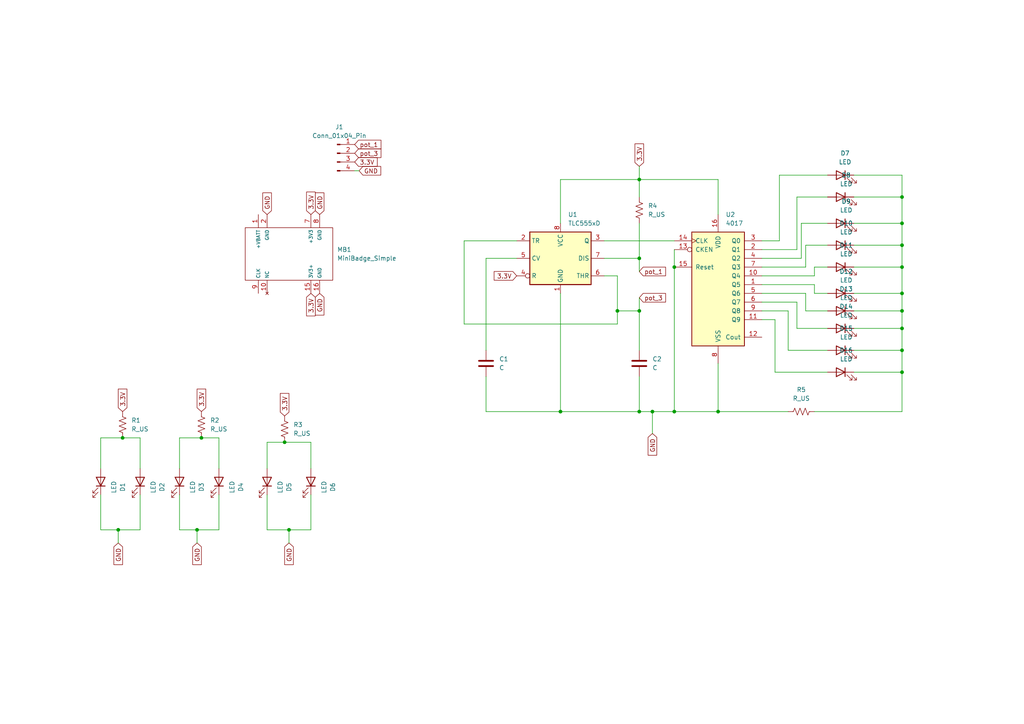
<source format=kicad_sch>
(kicad_sch (version 20230121) (generator eeschema)
  (paper "A4")
  (lib_symbols
    (symbol "4xxx:4017" (pin_names (offset 1.016))
      (property "Reference" "U" (at -7.62 16.51 0))
      (property "Value" "4017" (at -7.62 -19.05 0))
      (symbol "4017_1_0"
        (pin output line (at 12.7 0 180) (length 5.08) (name "Q5") (number "1"))
        (pin output line (at 12.7 2.54 180) (length 5.08) (name "Q4") (number "10"))
        (pin output line (at 12.7 -10.16 180) (length 5.08) (name "Q9") (number "11"))
        (pin output line (at 12.7 -15.24 180) (length 5.08) (name "Cout") (number "12"))
        (pin input inverted (at -12.7 10.16 0) (length 5.08) (name "CKEN") (number "13"))
        (pin input clock (at -12.7 12.7 0) (length 5.08) (name "CLK") (number "14"))
        (pin input line (at -12.7 5.08 0) (length 5.08) (name "Reset") (number "15"))
        (pin power_in line (at 0 20.32 270) (length 5.08) (name "VDD") (number "16"))
        (pin output line (at 12.7 10.16 180) (length 5.08) (name "Q1") (number "2"))
        (pin output line (at 12.7 12.7 180) (length 5.08) (name "Q0") (number "3"))
        (pin output line (at 12.7 7.62 180) (length 5.08) (name "Q2") (number "4"))
        (pin output line (at 12.7 -2.54 180) (length 5.08) (name "Q6") (number "5"))
        (pin output line (at 12.7 -5.08 180) (length 5.08) (name "Q7") (number "6"))
        (pin output line (at 12.7 5.08 180) (length 5.08) (name "Q3") (number "7"))
        (pin power_in line (at 0 -22.86 90) (length 5.08) (name "VSS") (number "8"))
        (pin output line (at 12.7 -7.62 180) (length 5.08) (name "Q8") (number "9"))
      )
      (symbol "4017_1_1"
        (rectangle (start -7.62 15.24) (end 7.62 -17.78) (stroke (width 0.254)) (fill (type background)))
      )
    )
    (symbol "Connector:Conn_01x04_Pin" (pin_names (offset 1.016) hide)
      (property "Reference" "J" (at 0 5.08 0))
      (property "Value" "Conn_01x04_Pin" (at 0 -7.62 0))
      (symbol "Conn_01x04_Pin_1_1"
        (polyline (pts (xy 1.27 -5.08) (xy 0.8636 -5.08)) (stroke (width 0.1524)))
        (polyline (pts (xy 1.27 -2.54) (xy 0.8636 -2.54)) (stroke (width 0.1524)))
        (polyline (pts (xy 1.27 0) (xy 0.8636 0)) (stroke (width 0.1524)))
        (polyline (pts (xy 1.27 2.54) (xy 0.8636 2.54)) (stroke (width 0.1524)))
        (rectangle (start 0.8636 -4.953) (end 0 -5.207) (stroke (width 0.1524)) (fill (type outline)))
        (rectangle (start 0.8636 -2.413) (end 0 -2.667) (stroke (width 0.1524)) (fill (type outline)))
        (rectangle (start 0.8636 0.127) (end 0 -0.127) (stroke (width 0.1524)) (fill (type outline)))
        (rectangle (start 0.8636 2.667) (end 0 2.413) (stroke (width 0.1524)) (fill (type outline)))
        (pin passive line (at 5.08 2.54 180) (length 3.81) (name "Pin_1") (number "1"))
        (pin passive line (at 5.08 0 180) (length 3.81) (name "Pin_2") (number "2"))
        (pin passive line (at 5.08 -2.54 180) (length 3.81) (name "Pin_3") (number "3"))
        (pin passive line (at 5.08 -5.08 180) (length 3.81) (name "Pin_4") (number "4"))
      )
    )
    (symbol "Device:C" (pin_numbers hide) (pin_names (offset 0.254))
      (property "Reference" "C" (at 0.635 2.54 0))
      (property "Value" "C" (at 0.635 -2.54 0))
      (symbol "C_0_1"
        (polyline (pts (xy -2.032 -0.762) (xy 2.032 -0.762)) (stroke (width 0.508)))
        (polyline (pts (xy -2.032 0.762) (xy 2.032 0.762)) (stroke (width 0.508)))
      )
      (symbol "C_1_1"
        (pin passive line (at 0 3.81 270) (length 2.794) (name "~") (number "1"))
        (pin passive line (at 0 -3.81 90) (length 2.794) (name "~") (number "2"))
      )
    )
    (symbol "Device:LED" (pin_numbers hide) (pin_names (offset 1.016) hide)
      (property "Reference" "D" (at 0 2.54 0))
      (property "Value" "LED" (at 0 -2.54 0))
      (symbol "LED_0_1"
        (polyline (pts (xy -1.27 -1.27) (xy -1.27 1.27)) (stroke (width 0.254)))
        (polyline (pts (xy -1.27 0) (xy 1.27 0)))
        (polyline (pts (xy 1.27 -1.27) (xy 1.27 1.27) (xy -1.27 0) (xy 1.27 -1.27)) (stroke (width 0.254)))
        (polyline (pts (xy -3.048 -0.762) (xy -4.572 -2.286) (xy -3.81 -2.286) (xy -4.572 -2.286) (xy -4.572 -1.524)))
        (polyline (pts (xy -1.778 -0.762) (xy -3.302 -2.286) (xy -2.54 -2.286) (xy -3.302 -2.286) (xy -3.302 -1.524)))
      )
      (symbol "LED_1_1"
        (pin passive line (at -3.81 0 0) (length 2.54) (name "K") (number "1"))
        (pin passive line (at 3.81 0 180) (length 2.54) (name "A") (number "2"))
      )
    )
    (symbol "Device:R_US" (pin_numbers hide) (pin_names (offset 0))
      (property "Reference" "R" (at 2.54 0 90))
      (property "Value" "R_US" (at -2.54 0 90))
      (symbol "R_US_0_1"
        (polyline (pts (xy 0 -2.286) (xy 0 -2.54)))
        (polyline (pts (xy 0 2.286) (xy 0 2.54)))
        (polyline (pts (xy 0 -0.762) (xy 1.016 -1.143) (xy 0 -1.524) (xy -1.016 -1.905) (xy 0 -2.286)))
        (polyline (pts (xy 0 0.762) (xy 1.016 0.381) (xy 0 0) (xy -1.016 -0.381) (xy 0 -0.762)))
        (polyline (pts (xy 0 2.286) (xy 1.016 1.905) (xy 0 1.524) (xy -1.016 1.143) (xy 0 0.762)))
      )
      (symbol "R_US_1_1"
        (pin passive line (at 0 3.81 270) (length 1.27) (name "~") (number "1"))
        (pin passive line (at 0 -3.81 90) (length 1.27) (name "~") (number "2"))
      )
    )
    (symbol "MiniBadge:MiniBadge_Simple"
      (property "Reference" "MB" (at 8.89 0 0))
      (property "Value" "MiniBadge_Simple" (at -10.16 0 0))
      (symbol "MiniBadge_Simple_0_1"
        (rectangle (start -12.7 7.62) (end 12.7 -7.62))
      )
      (symbol "MiniBadge_Simple_1_1"
        (pin power_out line (at -8.89 11.43 270) (length 3.81) (name "+VBATT") (number "1"))
        (pin no_connect line (at -6.35 -11.43 90) (length 3.81) (name "NC") (number "10"))
        (pin power_out line (at 6.35 -11.43 90) (length 3.81) (name "3V3+") (number "15"))
        (pin power_out line (at 8.89 -11.43 90) (length 3.81) (name "GND") (number "16"))
        (pin power_out line (at -6.35 11.43 270) (length 3.81) (name "GND") (number "2"))
        (pin power_out line (at 6.35 11.43 270) (length 3.81) (name "+3V3") (number "7"))
        (pin power_out line (at 8.89 11.43 270) (length 3.81) (name "GND") (number "8"))
        (pin output line (at -8.89 -11.43 90) (length 3.81) (name "CLK") (number "9"))
      )
    )
    (symbol "Timer:TLC555xD"
      (property "Reference" "U" (at -10.16 8.89 0))
      (property "Value" "TLC555xD" (at 2.54 8.89 0))
      (symbol "TLC555xD_0_0"
        (pin power_in line (at 0 -10.16 90) (length 2.54) (name "GND") (number "1"))
        (pin power_in line (at 0 10.16 270) (length 2.54) (name "VCC") (number "8"))
      )
      (symbol "TLC555xD_0_1"
        (rectangle (start -8.89 -7.62) (end 8.89 7.62) (stroke (width 0.254)) (fill (type background)))
        (rectangle (start -8.89 -7.62) (end 8.89 7.62) (stroke (width 0.254)) (fill (type background)))
      )
      (symbol "TLC555xD_1_1"
        (pin input line (at -12.7 5.08 0) (length 3.81) (name "TR") (number "2"))
        (pin output line (at 12.7 5.08 180) (length 3.81) (name "Q") (number "3"))
        (pin input inverted (at -12.7 -5.08 0) (length 3.81) (name "R") (number "4"))
        (pin input line (at -12.7 0 0) (length 3.81) (name "CV") (number "5"))
        (pin input line (at 12.7 -5.08 180) (length 3.81) (name "THR") (number "6"))
        (pin input line (at 12.7 0 180) (length 3.81) (name "DIS") (number "7"))
      )
    )
  )
  (junction (at 185.42 90.17))
  (junction (at 35.56 127))
  (junction (at 208.28 119.38))
  (junction (at 195.58 77.47))
  (junction (at 261.62 71.12))
  (junction (at 261.62 95.25))
  (junction (at 261.62 64.77))
  (junction (at 189.23 119.38))
  (junction (at 185.42 74.93))
  (junction (at 57.15 153.67))
  (junction (at 185.42 119.38))
  (junction (at 82.55 128.27))
  (junction (at 261.62 85.09))
  (junction (at 261.62 57.15))
  (junction (at 58.42 127))
  (junction (at 261.62 90.17))
  (junction (at 34.29 153.67))
  (junction (at 185.42 52.07))
  (junction (at 195.58 119.38))
  (junction (at 261.62 107.95))
  (junction (at 162.56 119.38))
  (junction (at 261.62 101.6))
  (junction (at 261.62 77.47))
  (junction (at 179.07 90.17))
  (junction (at 83.82 153.67))
  (wire (pts (xy 179.07 93.98) (xy 134.62 93.98)))
  (wire (pts (xy 185.42 119.38) (xy 189.23 119.38)))
  (wire (pts (xy 149.86 74.93) (xy 140.97 74.93)))
  (wire (pts (xy 52.07 153.67) (xy 57.15 153.67)))
  (wire (pts (xy 34.29 157.48) (xy 34.29 153.67)))
  (wire (pts (xy 40.64 153.67) (xy 40.64 143.51)))
  (wire (pts (xy 236.22 82.55) (xy 236.22 85.09)))
  (wire (pts (xy 236.22 77.47) (xy 240.03 77.47)))
  (wire (pts (xy 162.56 119.38) (xy 185.42 119.38)))
  (wire (pts (xy 189.23 119.38) (xy 195.58 119.38)))
  (wire (pts (xy 162.56 52.07) (xy 162.56 64.77)))
  (wire (pts (xy 261.62 77.47) (xy 261.62 85.09)))
  (wire (pts (xy 231.14 87.63) (xy 231.14 95.25)))
  (wire (pts (xy 231.14 72.39) (xy 231.14 57.15)))
  (wire (pts (xy 83.82 153.67) (xy 90.17 153.67)))
  (wire (pts (xy 247.65 77.47) (xy 261.62 77.47)))
  (wire (pts (xy 247.65 85.09) (xy 261.62 85.09)))
  (wire (pts (xy 175.26 80.01) (xy 179.07 80.01)))
  (wire (pts (xy 224.79 92.71) (xy 224.79 107.95)))
  (wire (pts (xy 185.42 74.93) (xy 185.42 78.74)))
  (wire (pts (xy 82.55 128.27) (xy 90.17 128.27)))
  (wire (pts (xy 58.42 127) (xy 52.07 127)))
  (wire (pts (xy 220.98 77.47) (xy 233.68 77.47)))
  (wire (pts (xy 220.98 85.09) (xy 233.68 85.09)))
  (wire (pts (xy 40.64 127) (xy 40.64 135.89)))
  (wire (pts (xy 261.62 90.17) (xy 261.62 95.25)))
  (wire (pts (xy 185.42 48.26) (xy 185.42 52.07)))
  (wire (pts (xy 195.58 119.38) (xy 208.28 119.38)))
  (wire (pts (xy 261.62 85.09) (xy 261.62 90.17)))
  (wire (pts (xy 232.41 64.77) (xy 240.03 64.77)))
  (wire (pts (xy 233.68 71.12) (xy 240.03 71.12)))
  (wire (pts (xy 175.26 69.85) (xy 195.58 69.85)))
  (wire (pts (xy 140.97 119.38) (xy 162.56 119.38)))
  (wire (pts (xy 29.21 143.51) (xy 29.21 153.67)))
  (wire (pts (xy 29.21 127) (xy 29.21 135.89)))
  (wire (pts (xy 162.56 85.09) (xy 162.56 119.38)))
  (wire (pts (xy 90.17 153.67) (xy 90.17 143.51)))
  (wire (pts (xy 179.07 90.17) (xy 179.07 93.98)))
  (wire (pts (xy 261.62 95.25) (xy 261.62 101.6)))
  (wire (pts (xy 261.62 57.15) (xy 261.62 64.77)))
  (wire (pts (xy 140.97 74.93) (xy 140.97 101.6)))
  (wire (pts (xy 185.42 52.07) (xy 162.56 52.07)))
  (wire (pts (xy 208.28 52.07) (xy 185.42 52.07)))
  (wire (pts (xy 57.15 153.67) (xy 63.5 153.67)))
  (wire (pts (xy 29.21 153.67) (xy 34.29 153.67)))
  (wire (pts (xy 261.62 64.77) (xy 261.62 71.12)))
  (wire (pts (xy 208.28 62.23) (xy 208.28 52.07)))
  (wire (pts (xy 195.58 72.39) (xy 195.58 77.47)))
  (wire (pts (xy 90.17 128.27) (xy 90.17 135.89)))
  (wire (pts (xy 247.65 101.6) (xy 261.62 101.6)))
  (wire (pts (xy 233.68 77.47) (xy 233.68 71.12)))
  (wire (pts (xy 220.98 87.63) (xy 231.14 87.63)))
  (wire (pts (xy 232.41 74.93) (xy 232.41 64.77)))
  (wire (pts (xy 261.62 119.38) (xy 236.22 119.38)))
  (wire (pts (xy 179.07 80.01) (xy 179.07 90.17)))
  (wire (pts (xy 247.65 90.17) (xy 261.62 90.17)))
  (wire (pts (xy 134.62 69.85) (xy 134.62 93.98)))
  (wire (pts (xy 261.62 101.6) (xy 261.62 107.95)))
  (wire (pts (xy 185.42 64.77) (xy 185.42 74.93)))
  (wire (pts (xy 35.56 127) (xy 29.21 127)))
  (wire (pts (xy 185.42 90.17) (xy 185.42 101.6)))
  (wire (pts (xy 224.79 107.95) (xy 240.03 107.95)))
  (wire (pts (xy 247.65 107.95) (xy 261.62 107.95)))
  (wire (pts (xy 58.42 127) (xy 63.5 127)))
  (wire (pts (xy 220.98 90.17) (xy 228.6 90.17)))
  (wire (pts (xy 208.28 119.38) (xy 208.28 105.41)))
  (wire (pts (xy 134.62 69.85) (xy 149.86 69.85)))
  (wire (pts (xy 220.98 72.39) (xy 231.14 72.39)))
  (wire (pts (xy 179.07 90.17) (xy 185.42 90.17)))
  (wire (pts (xy 77.47 128.27) (xy 77.47 135.89)))
  (wire (pts (xy 220.98 82.55) (xy 236.22 82.55)))
  (wire (pts (xy 247.65 64.77) (xy 261.62 64.77)))
  (wire (pts (xy 226.06 69.85) (xy 226.06 50.8)))
  (wire (pts (xy 185.42 109.22) (xy 185.42 119.38)))
  (wire (pts (xy 247.65 95.25) (xy 261.62 95.25)))
  (wire (pts (xy 104.14 49.53) (xy 102.87 49.53)))
  (wire (pts (xy 261.62 71.12) (xy 261.62 77.47)))
  (wire (pts (xy 185.42 52.07) (xy 185.42 57.15)))
  (wire (pts (xy 189.23 119.38) (xy 189.23 125.73)))
  (wire (pts (xy 220.98 80.01) (xy 236.22 80.01)))
  (wire (pts (xy 236.22 80.01) (xy 236.22 77.47)))
  (wire (pts (xy 220.98 92.71) (xy 224.79 92.71)))
  (wire (pts (xy 195.58 77.47) (xy 195.58 119.38)))
  (wire (pts (xy 35.56 127) (xy 40.64 127)))
  (wire (pts (xy 247.65 57.15) (xy 261.62 57.15)))
  (wire (pts (xy 77.47 153.67) (xy 83.82 153.67)))
  (wire (pts (xy 228.6 101.6) (xy 240.03 101.6)))
  (wire (pts (xy 233.68 90.17) (xy 240.03 90.17)))
  (wire (pts (xy 140.97 109.22) (xy 140.97 119.38)))
  (wire (pts (xy 34.29 153.67) (xy 40.64 153.67)))
  (wire (pts (xy 82.55 128.27) (xy 77.47 128.27)))
  (wire (pts (xy 57.15 153.67) (xy 57.15 157.48)))
  (wire (pts (xy 83.82 153.67) (xy 83.82 157.48)))
  (wire (pts (xy 185.42 86.36) (xy 185.42 90.17)))
  (wire (pts (xy 231.14 95.25) (xy 240.03 95.25)))
  (wire (pts (xy 52.07 127) (xy 52.07 135.89)))
  (wire (pts (xy 236.22 85.09) (xy 240.03 85.09)))
  (wire (pts (xy 220.98 69.85) (xy 226.06 69.85)))
  (wire (pts (xy 226.06 50.8) (xy 240.03 50.8)))
  (wire (pts (xy 52.07 143.51) (xy 52.07 153.67)))
  (wire (pts (xy 77.47 143.51) (xy 77.47 153.67)))
  (wire (pts (xy 175.26 74.93) (xy 185.42 74.93)))
  (wire (pts (xy 261.62 50.8) (xy 261.62 57.15)))
  (wire (pts (xy 261.62 107.95) (xy 261.62 119.38)))
  (wire (pts (xy 63.5 153.67) (xy 63.5 143.51)))
  (wire (pts (xy 228.6 119.38) (xy 208.28 119.38)))
  (wire (pts (xy 247.65 50.8) (xy 261.62 50.8)))
  (wire (pts (xy 63.5 127) (xy 63.5 135.89)))
  (wire (pts (xy 231.14 57.15) (xy 240.03 57.15)))
  (wire (pts (xy 220.98 74.93) (xy 232.41 74.93)))
  (wire (pts (xy 228.6 90.17) (xy 228.6 101.6)))
  (wire (pts (xy 247.65 71.12) (xy 261.62 71.12)))
  (wire (pts (xy 233.68 85.09) (xy 233.68 90.17)))
  (global_label "GND" (shape input) (at 77.47 62.23 90) (property "Intersheetrefs" "${INTERSHEET_REFS}" (effects hide)))
  (global_label "pot_1" (shape input) (at 102.87 41.91 0) (property "Intersheetrefs" "${INTERSHEET_REFS}" (effects hide)))
  (global_label "3.3V" (shape input) (at 102.87 46.99 0) (property "Intersheetrefs" "${INTERSHEET_REFS}" (effects hide)))
  (global_label "pot_3" (shape input) (at 102.87 44.45 0) (property "Intersheetrefs" "${INTERSHEET_REFS}" (effects hide)))
  (global_label "GND" (shape input) (at 34.29 157.48 270) (property "Intersheetrefs" "${INTERSHEET_REFS}" (effects hide)))
  (global_label "GND" (shape input) (at 92.71 85.09 270) (property "Intersheetrefs" "${INTERSHEET_REFS}" (effects hide)))
  (global_label "GND" (shape input) (at 83.82 157.48 270) (property "Intersheetrefs" "${INTERSHEET_REFS}" (effects hide)))
  (global_label "3.3V" (shape input) (at 90.17 85.09 270) (property "Intersheetrefs" "${INTERSHEET_REFS}" (effects hide)))
  (global_label "pot_1" (shape input) (at 185.42 78.74 0) (property "Intersheetrefs" "${INTERSHEET_REFS}" (effects hide)))
  (global_label "GND" (shape input) (at 189.23 125.73 270) (property "Intersheetrefs" "${INTERSHEET_REFS}" (effects hide)))
  (global_label "3.3V" (shape input) (at 82.55 120.65 90) (property "Intersheetrefs" "${INTERSHEET_REFS}" (effects hide)))
  (global_label "3.3V" (shape input) (at 90.17 62.23 90) (property "Intersheetrefs" "${INTERSHEET_REFS}" (effects hide)))
  (global_label "3.3V" (shape input) (at 185.42 48.26 90) (property "Intersheetrefs" "${INTERSHEET_REFS}" (effects hide)))
  (global_label "3.3V" (shape input) (at 35.56 119.38 90) (property "Intersheetrefs" "${INTERSHEET_REFS}" (effects hide)))
  (global_label "pot_3" (shape input) (at 185.42 86.36 0) (property "Intersheetrefs" "${INTERSHEET_REFS}" (effects hide)))
  (global_label "GND" (shape input) (at 104.14 49.53 0) (property "Intersheetrefs" "${INTERSHEET_REFS}" (effects hide)))
  (global_label "GND" (shape input) (at 57.15 157.48 270) (property "Intersheetrefs" "${INTERSHEET_REFS}" (effects hide)))
  (global_label "3.3V" (shape input) (at 149.86 80.01 180) (property "Intersheetrefs" "${INTERSHEET_REFS}" (effects hide)))
  (global_label "GND" (shape input) (at 92.71 62.23 90) (property "Intersheetrefs" "${INTERSHEET_REFS}" (effects hide)))
  (global_label "3.3V" (shape input) (at 58.42 119.38 90) (property "Intersheetrefs" "${INTERSHEET_REFS}" (effects hide)))
  (symbol (lib_id "4xxx:4017") (at 208.28 82.55 0) (unit 1)
    (property "Reference" "U2" (at 210.4741 62.23 0) (effects (justify left)))
    (property "Value" "4017" (at 210.4741 64.77 0) (effects (justify left)))
    (property "Footprint" "Package_SO:SOIC-16_4.55x10.3mm_P1.27mm" (effects hide))
    (property "Datasheet" "http://www.intersil.com/content/dam/Intersil/documents/cd40/cd4017bms-22bms.pdf" (effects hide))
  )
  (symbol (lib_id "Timer:TLC555xD") (at 162.56 74.93 0) (unit 1)
    (property "Reference" "U1" (at 164.7541 62.23 0) (effects (justify left)))
    (property "Value" "TLC555xD" (at 164.7541 64.77 0) (effects (justify left)))
    (property "Footprint" "Package_SO:SOIC-8_3.9x4.9mm_P1.27mm" (effects hide))
    (property "Datasheet" "http://www.ti.com/lit/ds/symlink/tlc555.pdf" (effects hide))
  )
  (symbol (lib_id "Device:R_US") (at 232.41 119.38 90) (unit 1)
    (property "Reference" "R5" (at 232.41 113.03 90))
    (property "Value" "R_US" (at 232.41 115.57 90))
    (property "Footprint" "Resistor_SMD:R_0402_1005Metric_Pad0.72x0.64mm_HandSolder" (effects hide))
  )
  (symbol (lib_id "Device:LED") (at 52.07 139.7 270) (mirror x) (unit 1)
    (property "Reference" "D3" (at 58.42 141.2875 0))
    (property "Value" "LED" (at 55.88 141.2875 0))
    (property "Footprint" "LED_SMD:LED_0603_1608Metric_Pad1.05x0.95mm_HandSolder" (effects hide))
  )
  (symbol (lib_id "Device:LED") (at 243.84 71.12 0) (mirror y) (unit 1)
    (property "Reference" "D10" (at 245.4275 64.77 0))
    (property "Value" "LED" (at 245.4275 67.31 0))
    (property "Footprint" "LED_SMD:LED_0402_1005Metric_Pad0.77x0.64mm_HandSolder" (effects hide))
  )
  (symbol (lib_id "Device:LED") (at 243.84 90.17 0) (mirror y) (unit 1)
    (property "Reference" "D13" (at 245.4275 83.82 0))
    (property "Value" "LED" (at 245.4275 86.36 0))
    (property "Footprint" "LED_SMD:LED_0402_1005Metric_Pad0.77x0.64mm_HandSolder" (effects hide))
  )
  (symbol (lib_id "Device:LED") (at 63.5 139.7 270) (mirror x) (unit 1)
    (property "Reference" "D4" (at 69.85 141.2875 0))
    (property "Value" "LED" (at 67.31 141.2875 0))
    (property "Footprint" "LED_SMD:LED_0603_1608Metric_Pad1.05x0.95mm_HandSolder" (effects hide))
  )
  (symbol (lib_id "Device:LED") (at 243.84 101.6 0) (mirror y) (unit 1)
    (property "Reference" "D15" (at 245.4275 95.25 0))
    (property "Value" "LED" (at 245.4275 97.79 0))
    (property "Footprint" "LED_SMD:LED_0402_1005Metric_Pad0.77x0.64mm_HandSolder" (effects hide))
  )
  (symbol (lib_id "Device:LED") (at 243.84 85.09 0) (mirror y) (unit 1)
    (property "Reference" "D12" (at 245.4275 78.74 0))
    (property "Value" "LED" (at 245.4275 81.28 0))
    (property "Footprint" "LED_SMD:LED_0402_1005Metric_Pad0.77x0.64mm_HandSolder" (effects hide))
  )
  (symbol (lib_id "Device:LED") (at 29.21 139.7 270) (mirror x) (unit 1)
    (property "Reference" "D1" (at 35.56 141.2875 0))
    (property "Value" "LED" (at 33.02 141.2875 0))
    (property "Footprint" "LED_SMD:LED_0603_1608Metric_Pad1.05x0.95mm_HandSolder" (effects hide))
  )
  (symbol (lib_id "Device:R_US") (at 82.55 124.46 0) (unit 1)
    (property "Reference" "R3" (at 85.09 123.19 0) (effects (justify left)))
    (property "Value" "R_US" (at 85.09 125.73 0) (effects (justify left)))
    (property "Footprint" "Resistor_SMD:R_0402_1005Metric_Pad0.72x0.64mm_HandSolder" (effects hide))
  )
  (symbol (lib_id "Device:R_US") (at 58.42 123.19 0) (unit 1)
    (property "Reference" "R2" (at 60.96 121.92 0) (effects (justify left)))
    (property "Value" "R_US" (at 60.96 124.46 0) (effects (justify left)))
    (property "Footprint" "Resistor_SMD:R_0402_1005Metric_Pad0.72x0.64mm_HandSolder" (effects hide))
  )
  (symbol (lib_id "Device:LED") (at 243.84 50.8 0) (mirror y) (unit 1)
    (property "Reference" "D7" (at 245.11 44.45 0))
    (property "Value" "LED" (at 245.11 46.99 0))
    (property "Footprint" "LED_SMD:LED_0402_1005Metric_Pad0.77x0.64mm_HandSolder" (effects hide))
  )
  (symbol (lib_id "Connector:Conn_01x04_Pin") (at 97.79 44.45 0) (unit 1)
    (property "Reference" "J1" (at 98.425 36.83 0))
    (property "Value" "Conn_01x04_Pin" (at 98.425 39.37 0))
    (property "Footprint" "krampus_minibadge:krampus_santa_connector" (effects hide))
  )
  (symbol (lib_id "Device:LED") (at 243.84 64.77 0) (mirror y) (unit 1)
    (property "Reference" "D9" (at 245.4275 58.42 0))
    (property "Value" "LED" (at 245.4275 60.96 0))
    (property "Footprint" "LED_SMD:LED_0402_1005Metric_Pad0.77x0.64mm_HandSolder" (effects hide))
  )
  (symbol (lib_id "Device:R_US") (at 35.56 123.19 0) (unit 1)
    (property "Reference" "R1" (at 38.1 121.92 0) (effects (justify left)))
    (property "Value" "R_US" (at 38.1 124.46 0) (effects (justify left)))
    (property "Footprint" "Resistor_SMD:R_0402_1005Metric_Pad0.72x0.64mm_HandSolder" (effects hide))
  )
  (symbol (lib_id "MiniBadge:MiniBadge_Simple") (at 83.82 73.66 0) (unit 1)
    (property "Reference" "MB1" (at 97.79 72.39 0) (effects (justify left)))
    (property "Value" "MiniBadge_Simple" (at 97.79 74.93 0) (effects (justify left)))
    (property "Footprint" "MiniBadge:MiniBadge_Simple" (effects hide))
  )
  (symbol (lib_id "Device:LED") (at 243.84 95.25 0) (mirror y) (unit 1)
    (property "Reference" "D14" (at 245.4275 88.9 0))
    (property "Value" "LED" (at 245.4275 91.44 0))
    (property "Footprint" "LED_SMD:LED_0402_1005Metric_Pad0.77x0.64mm_HandSolder" (effects hide))
  )
  (symbol (lib_id "Device:LED") (at 90.17 139.7 270) (mirror x) (unit 1)
    (property "Reference" "D6" (at 96.52 141.2875 0))
    (property "Value" "LED" (at 93.98 141.2875 0))
    (property "Footprint" "LED_SMD:LED_0603_1608Metric_Pad1.05x0.95mm_HandSolder" (effects hide))
  )
  (symbol (lib_id "Device:LED") (at 243.84 77.47 0) (mirror y) (unit 1)
    (property "Reference" "D11" (at 245.4275 71.12 0))
    (property "Value" "LED" (at 245.4275 73.66 0))
    (property "Footprint" "LED_SMD:LED_0402_1005Metric_Pad0.77x0.64mm_HandSolder" (effects hide))
  )
  (symbol (lib_id "Device:C") (at 185.42 105.41 0) (unit 1)
    (property "Reference" "C2" (at 189.23 104.14 0) (effects (justify left)))
    (property "Value" "C" (at 189.23 106.68 0) (effects (justify left)))
    (property "Footprint" "Capacitor_SMD:C_0603_1608Metric_Pad1.08x0.95mm_HandSolder" (effects hide))
  )
  (symbol (lib_id "Device:C") (at 140.97 105.41 0) (unit 1)
    (property "Reference" "C1" (at 144.78 104.14 0) (effects (justify left)))
    (property "Value" "C" (at 144.78 106.68 0) (effects (justify left)))
    (property "Footprint" "Capacitor_SMD:C_0603_1608Metric_Pad1.08x0.95mm_HandSolder" (effects hide))
  )
  (symbol (lib_id "Device:LED") (at 40.64 139.7 270) (mirror x) (unit 1)
    (property "Reference" "D2" (at 46.99 141.2875 0))
    (property "Value" "LED" (at 44.45 141.2875 0))
    (property "Footprint" "LED_SMD:LED_0603_1608Metric_Pad1.05x0.95mm_HandSolder" (effects hide))
  )
  (symbol (lib_id "Device:LED") (at 243.84 107.95 0) (mirror y) (unit 1)
    (property "Reference" "D16" (at 245.4275 101.6 0))
    (property "Value" "LED" (at 245.4275 104.14 0))
    (property "Footprint" "LED_SMD:LED_0402_1005Metric_Pad0.77x0.64mm_HandSolder" (effects hide))
  )
  (symbol (lib_id "Device:R_US") (at 185.42 60.96 0) (unit 1)
    (property "Reference" "R4" (at 187.96 59.69 0) (effects (justify left)))
    (property "Value" "R_US" (at 187.96 62.23 0) (effects (justify left)))
    (property "Footprint" "Resistor_SMD:R_0402_1005Metric_Pad0.72x0.64mm_HandSolder" (effects hide))
  )
  (symbol (lib_id "Device:LED") (at 243.84 57.15 0) (mirror y) (unit 1)
    (property "Reference" "D8" (at 245.4275 50.8 0))
    (property "Value" "LED" (at 245.4275 53.34 0))
    (property "Footprint" "LED_SMD:LED_0402_1005Metric_Pad0.77x0.64mm_HandSolder" (effects hide))
  )
  (symbol (lib_id "Device:LED") (at 77.47 139.7 270) (mirror x) (unit 1)
    (property "Reference" "D5" (at 83.82 141.2875 0))
    (property "Value" "LED" (at 81.28 141.2875 0))
    (property "Footprint" "LED_SMD:LED_0603_1608Metric_Pad1.05x0.95mm_HandSolder" (effects hide))
  )
)
</source>
